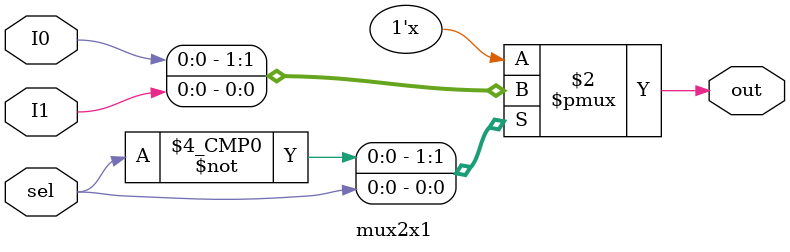
<source format=v>
module mux4x1 (
  input [3:0] I,
  input [1:0] sel,
  output reg out
);

  wire w1, w2;

  mux2x1 m1 (I[0], I[1], sel[0], w1);
  mux2x1 m2 (I[2], I[3], sel[0], w2);

  mux2x1 m3 (w1, w2, sel[1], out);

endmodule

module mux2x1 (
  input I0,
  input I1,
  input sel,
  output wire out
);

  always @* begin
    case (sel)
      1'b0: out = I0;
      1'b1: out = I1;
    endcase
  end

endmodule


</source>
